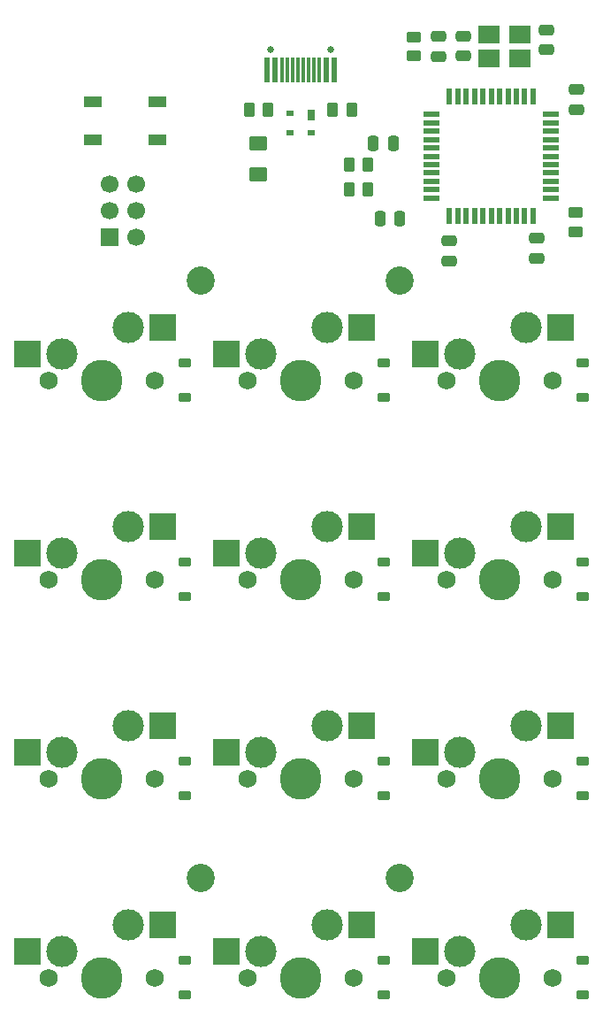
<source format=gbs>
G04 #@! TF.GenerationSoftware,KiCad,Pcbnew,(7.0.0)*
G04 #@! TF.CreationDate,2023-03-11T22:05:33-05:00*
G04 #@! TF.ProjectId,MacroPad,4d616372-6f50-4616-942e-6b696361645f,rev?*
G04 #@! TF.SameCoordinates,Original*
G04 #@! TF.FileFunction,Soldermask,Bot*
G04 #@! TF.FilePolarity,Negative*
%FSLAX46Y46*%
G04 Gerber Fmt 4.6, Leading zero omitted, Abs format (unit mm)*
G04 Created by KiCad (PCBNEW (7.0.0)) date 2023-03-11 22:05:33*
%MOMM*%
%LPD*%
G01*
G04 APERTURE LIST*
G04 Aperture macros list*
%AMRoundRect*
0 Rectangle with rounded corners*
0 $1 Rounding radius*
0 $2 $3 $4 $5 $6 $7 $8 $9 X,Y pos of 4 corners*
0 Add a 4 corners polygon primitive as box body*
4,1,4,$2,$3,$4,$5,$6,$7,$8,$9,$2,$3,0*
0 Add four circle primitives for the rounded corners*
1,1,$1+$1,$2,$3*
1,1,$1+$1,$4,$5*
1,1,$1+$1,$6,$7*
1,1,$1+$1,$8,$9*
0 Add four rect primitives between the rounded corners*
20,1,$1+$1,$2,$3,$4,$5,0*
20,1,$1+$1,$4,$5,$6,$7,0*
20,1,$1+$1,$6,$7,$8,$9,0*
20,1,$1+$1,$8,$9,$2,$3,0*%
G04 Aperture macros list end*
%ADD10C,2.700000*%
%ADD11C,1.750000*%
%ADD12C,3.000000*%
%ADD13C,3.987800*%
%ADD14R,2.550000X2.500000*%
%ADD15C,1.700000*%
%ADD16R,1.700000X1.700000*%
%ADD17R,1.800000X1.100000*%
%ADD18RoundRect,0.225000X0.375000X-0.225000X0.375000X0.225000X-0.375000X0.225000X-0.375000X-0.225000X0*%
%ADD19RoundRect,0.250000X-0.262500X-0.450000X0.262500X-0.450000X0.262500X0.450000X-0.262500X0.450000X0*%
%ADD20RoundRect,0.250000X-0.475000X0.250000X-0.475000X-0.250000X0.475000X-0.250000X0.475000X0.250000X0*%
%ADD21RoundRect,0.250000X0.250000X0.475000X-0.250000X0.475000X-0.250000X-0.475000X0.250000X-0.475000X0*%
%ADD22RoundRect,0.250000X0.475000X-0.250000X0.475000X0.250000X-0.475000X0.250000X-0.475000X-0.250000X0*%
%ADD23RoundRect,0.250000X0.262500X0.450000X-0.262500X0.450000X-0.262500X-0.450000X0.262500X-0.450000X0*%
%ADD24RoundRect,0.250000X-0.450000X0.262500X-0.450000X-0.262500X0.450000X-0.262500X0.450000X0.262500X0*%
%ADD25R,2.100000X1.800000*%
%ADD26R,1.500000X0.550000*%
%ADD27R,0.550000X1.500000*%
%ADD28C,0.650000*%
%ADD29R,0.600000X2.450000*%
%ADD30R,0.300000X2.450000*%
%ADD31R,0.700000X1.000000*%
%ADD32R,0.700000X0.600000*%
%ADD33RoundRect,0.250001X0.624999X-0.462499X0.624999X0.462499X-0.624999X0.462499X-0.624999X-0.462499X0*%
G04 APERTURE END LIST*
D10*
X154781250Y-65087500D03*
X173831250Y-65087500D03*
X173831250Y-122237500D03*
X154781250Y-122237500D03*
D11*
X178276250Y-131762500D03*
D12*
X179546250Y-129222500D03*
D13*
X183356250Y-131762500D03*
D12*
X185896250Y-126682500D03*
D11*
X188436250Y-131762500D03*
D14*
X176271249Y-129222499D03*
X189198249Y-126682499D03*
D11*
X178276250Y-74612500D03*
D12*
X179546250Y-72072500D03*
D13*
X183356250Y-74612500D03*
D12*
X185896250Y-69532500D03*
D11*
X188436250Y-74612500D03*
D14*
X176271249Y-72072499D03*
X189198249Y-69532499D03*
D11*
X140176250Y-112712500D03*
D12*
X141446250Y-110172500D03*
D13*
X145256250Y-112712500D03*
D12*
X147796250Y-107632500D03*
D11*
X150336250Y-112712500D03*
D14*
X138171249Y-110172499D03*
X151098249Y-107632499D03*
D11*
X159226250Y-131762500D03*
D12*
X160496250Y-129222500D03*
D13*
X164306250Y-131762500D03*
D12*
X166846250Y-126682500D03*
D11*
X169386250Y-131762500D03*
D14*
X157221249Y-129222499D03*
X170148249Y-126682499D03*
D11*
X178276250Y-93662500D03*
D12*
X179546250Y-91122500D03*
D13*
X183356250Y-93662500D03*
D12*
X185896250Y-88582500D03*
D11*
X188436250Y-93662500D03*
D14*
X176271249Y-91122499D03*
X189198249Y-88582499D03*
D15*
X148539200Y-55829200D03*
X145999200Y-55829200D03*
X148539200Y-58369200D03*
X145999200Y-58369200D03*
X148539200Y-60909200D03*
D16*
X145999199Y-60909199D03*
D11*
X159226250Y-112712500D03*
D12*
X160496250Y-110172500D03*
D13*
X164306250Y-112712500D03*
D12*
X166846250Y-107632500D03*
D11*
X169386250Y-112712500D03*
D14*
X157221249Y-110172499D03*
X170148249Y-107632499D03*
D11*
X140176250Y-74612500D03*
D12*
X141446250Y-72072500D03*
D13*
X145256250Y-74612500D03*
D12*
X147796250Y-69532500D03*
D11*
X150336250Y-74612500D03*
D14*
X138171249Y-72072499D03*
X151098249Y-69532499D03*
D11*
X159226250Y-93662500D03*
D12*
X160496250Y-91122500D03*
D13*
X164306250Y-93662500D03*
D12*
X166846250Y-88582500D03*
D11*
X169386250Y-93662500D03*
D14*
X157221249Y-91122499D03*
X170148249Y-88582499D03*
D11*
X178276250Y-112712500D03*
D12*
X179546250Y-110172500D03*
D13*
X183356250Y-112712500D03*
D12*
X185896250Y-107632500D03*
D11*
X188436250Y-112712500D03*
D14*
X176271249Y-110172499D03*
X189198249Y-107632499D03*
D11*
X140176250Y-131762500D03*
D12*
X141446250Y-129222500D03*
D13*
X145256250Y-131762500D03*
D12*
X147796250Y-126682500D03*
D11*
X150336250Y-131762500D03*
D14*
X138171249Y-129222499D03*
X151098249Y-126682499D03*
D17*
X144372399Y-51633999D03*
X150572399Y-47933999D03*
X144372399Y-47933999D03*
X150572399Y-51633999D03*
D11*
X140176250Y-93662500D03*
D12*
X141446250Y-91122500D03*
D13*
X145256250Y-93662500D03*
D12*
X147796250Y-88582500D03*
D11*
X150336250Y-93662500D03*
D14*
X138171249Y-91122499D03*
X151098249Y-88582499D03*
D11*
X159226250Y-74612500D03*
D12*
X160496250Y-72072500D03*
D13*
X164306250Y-74612500D03*
D12*
X166846250Y-69532500D03*
D11*
X169386250Y-74612500D03*
D14*
X157221249Y-72072499D03*
X170148249Y-69532499D03*
D18*
X172243750Y-133412500D03*
X172243750Y-130112500D03*
D19*
X161186500Y-48768000D03*
X159361500Y-48768000D03*
D20*
X186944000Y-61026000D03*
X186944000Y-62926000D03*
D21*
X173162000Y-51943000D03*
X171262000Y-51943000D03*
D20*
X179852430Y-41696879D03*
X179852430Y-43596879D03*
D21*
X171897000Y-59182000D03*
X173797000Y-59182000D03*
D22*
X177539938Y-43614023D03*
X177539938Y-41714023D03*
D18*
X191293750Y-133412500D03*
X191293750Y-130112500D03*
X172243750Y-76262500D03*
X172243750Y-72962500D03*
D23*
X170775000Y-53975000D03*
X168950000Y-53975000D03*
D18*
X191293750Y-76262500D03*
X191293750Y-72962500D03*
D24*
X190673063Y-58592575D03*
X190673063Y-60417575D03*
D18*
X191293750Y-114362500D03*
X191293750Y-111062500D03*
D25*
X185271179Y-43796878D03*
X182371179Y-43796878D03*
X182371179Y-41496878D03*
X185271179Y-41496878D03*
D26*
X176862499Y-57181249D03*
X176862499Y-56381249D03*
X176862499Y-55581249D03*
X176862499Y-54781249D03*
X176862499Y-53981249D03*
X176862499Y-53181249D03*
X176862499Y-52381249D03*
X176862499Y-51581249D03*
X176862499Y-50781249D03*
X176862499Y-49981249D03*
X176862499Y-49181249D03*
D27*
X178562499Y-47481249D03*
X179362499Y-47481249D03*
X180162499Y-47481249D03*
X180962499Y-47481249D03*
X181762499Y-47481249D03*
X182562499Y-47481249D03*
X183362499Y-47481249D03*
X184162499Y-47481249D03*
X184962499Y-47481249D03*
X185762499Y-47481249D03*
X186562499Y-47481249D03*
D26*
X188262499Y-49181249D03*
X188262499Y-49981249D03*
X188262499Y-50781249D03*
X188262499Y-51581249D03*
X188262499Y-52381249D03*
X188262499Y-53181249D03*
X188262499Y-53981249D03*
X188262499Y-54781249D03*
X188262499Y-55581249D03*
X188262499Y-56381249D03*
X188262499Y-57181249D03*
D27*
X186562499Y-58881249D03*
X185762499Y-58881249D03*
X184962499Y-58881249D03*
X184162499Y-58881249D03*
X183362499Y-58881249D03*
X182562499Y-58881249D03*
X181762499Y-58881249D03*
X180962499Y-58881249D03*
X180162499Y-58881249D03*
X179362499Y-58881249D03*
X178562499Y-58881249D03*
D18*
X153193750Y-76262500D03*
X153193750Y-72962500D03*
D19*
X168950000Y-56356250D03*
X170775000Y-56356250D03*
D20*
X178562000Y-61280000D03*
X178562000Y-63180000D03*
D28*
X161416250Y-42940000D03*
X167196250Y-42940000D03*
D29*
X161081249Y-44884999D03*
X161856249Y-44884999D03*
D30*
X162556249Y-44884999D03*
X163056249Y-44884999D03*
X163556249Y-44884999D03*
X164056249Y-44884999D03*
X164556249Y-44884999D03*
X165056249Y-44884999D03*
X165556249Y-44884999D03*
X166056249Y-44884999D03*
D29*
X166756249Y-44884999D03*
X167531249Y-44884999D03*
D20*
X187833000Y-41087000D03*
X187833000Y-42987000D03*
D18*
X172243750Y-95312500D03*
X172243750Y-92012500D03*
X191293750Y-95312500D03*
X191293750Y-92012500D03*
D24*
X175186280Y-41768830D03*
X175186280Y-43593830D03*
D22*
X190724982Y-48704088D03*
X190724982Y-46804088D03*
D18*
X172243750Y-114362500D03*
X172243750Y-111062500D03*
X153193750Y-95312500D03*
X153193750Y-92012500D03*
D31*
X165306249Y-49256249D03*
D32*
X165306249Y-50956249D03*
X163306249Y-50956249D03*
X163306249Y-49056249D03*
D18*
X153193750Y-133412500D03*
X153193750Y-130112500D03*
X153193750Y-114362500D03*
X153193750Y-111062500D03*
D33*
X160274000Y-54929100D03*
X160274000Y-51954100D03*
D23*
X169187500Y-48768000D03*
X167362500Y-48768000D03*
M02*

</source>
